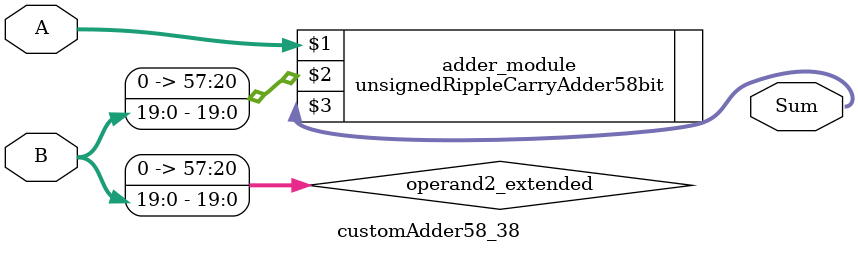
<source format=v>
module customAdder58_38(
                        input [57 : 0] A,
                        input [19 : 0] B,
                        
                        output [58 : 0] Sum
                );

        wire [57 : 0] operand2_extended;
        
        assign operand2_extended =  {38'b0, B};
        
        unsignedRippleCarryAdder58bit adder_module(
            A,
            operand2_extended,
            Sum
        );
        
        endmodule
        
</source>
